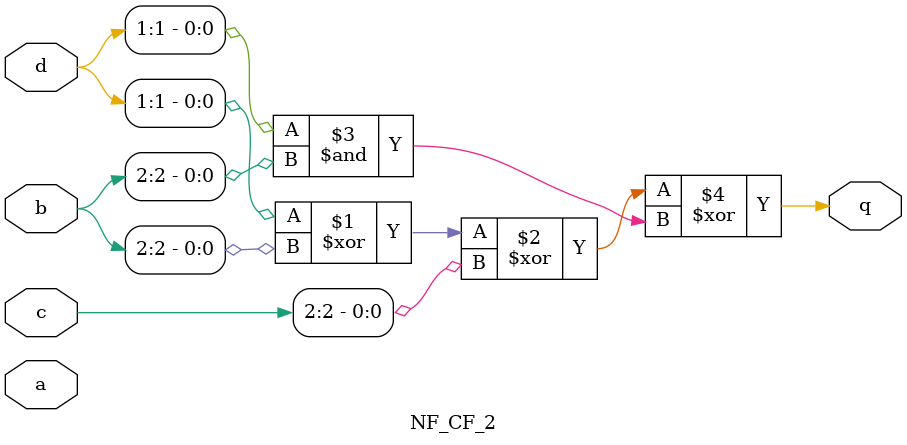
<source format=v>
/*
* -----------------------------------------------------------------
* COMPANY : Ruhr University Bochum
* AUTHOR  : Amir Moradi amir.moradi@rub.de Aein Rezaei Shahmirzadi aein.rezaeishahmirzadi@rub.de
* DOCUMENT: "Second-Order SCA Security with almost no Fresh Randomness" TCHES 2021, Issue 3
* -----------------------------------------------------------------
*
* Copyright c 2021, Amir Moradi, Aein Rezaei Shahmirzadi
*
* All rights reserved.
*
* THIS SOFTWARE IS PROVIDED BY THE COPYRIGHT HOLDERS AND CONTRIBUTORS "AS IS" AND
* ANY EXPRESS OR IMPLIED WARRANTIES, INCLUDING, BUT NOT LIMITED TO, THE IMPLIED
* WARRANTIES OF MERCHANTABILITY AND FITNESS FOR A PARTICULAR PURPOSE ARE
* DISCLAIMED. IN NO EVENT SHALL THE COPYRIGHT HOLDER OR CONTRIBUTERS BE LIABLE FOR ANY
* DIRECT, INDIRECT, INCIDENTAL, SPECIAL, EXEMPLARY, OR CONSEQUENTIAL DAMAGES
* INCLUDING, BUT NOT LIMITED TO, PROCUREMENT OF SUBSTITUTE GOODS OR SERVICES;
* LOSS OF USE, DATA, OR PROFITS; OR BUSINESS INTERRUPTION HOWEVER CAUSED AND
* ON ANY THEORY OF LIABILITY, WHETHER IN CONTRACT, STRICT LIABILITY, OR TORT
* INCLUDING NEGLIGENCE OR OTHERWISE ARISING IN ANY WAY OUT OF THE USE OF THIS
* SOFTWARE, EVEN IF ADVISED OF THE POSSIBILITY OF SUCH DAMAGE.
*
* Please see LICENSE and README for license and further instructions.
*/
module NF_CF_2(
    input [3:1] a,
    input [3:1] b,
    input [3:1] c,
    input [3:1] d,
    output q 
	 );
	 
	parameter num = 1;
	 
	generate

		if(num==0) begin
			assign q = 1'b1 ^ d[1] ^ (d[1]&b[1]);
		end
		if(num==1) begin
			assign q = d[1] ^ b[2] ^ c[2] ^ (d[1]&b[2]);
		end
		if(num==2) begin
			assign q = d[1] ^ b[3] ^ (d[1]&b[3]);
		end
		if(num==3) begin
			assign q = c[1] ^ (d[2]&b[1]);
		end
		if(num==4) begin
			assign q = (d[2]&b[2]);
		end
		if(num==5) begin
			assign q = d[2] ^ b[3] ^ (d[2]&b[3]);
		end
		if(num==6) begin
			assign q = d[3] ^ (d[3]&b[1]);
		end
		if(num==7) begin
			assign q = b[2] ^ (d[3]&b[2]);
		end
		if(num==8) begin
			assign q = c[3] ^ (d[3]&b[3]);
		end
		if(num==9) begin
			assign q = 1'b1 ^ (d[1]&b[1]);
		end
		if(num==10) begin
			assign q = d[1] ^ b[2] ^ c[2] ^ (d[1]&b[2]);
		end
		if(num==11) begin
			assign q = d[1] ^ b[3] ^ (d[1]&b[3]);
		end
		if(num==12) begin
			assign q = c[1] ^ (d[2]&b[1]);
		end
		if(num==13) begin
			assign q = (d[2]&b[2]);
		end
		if(num==14) begin
			assign q = b[3] ^ (d[2]&b[3]);
		end
		if(num==15) begin
			assign q = (d[3]&b[1]);
		end
		if(num==16) begin
			assign q = b[2] ^ (d[3]&b[2]);
		end
		if(num==17) begin
			assign q = c[3] ^ (d[3]&b[3]);
		end
		if(num==18) begin
			assign q = 1'b1 ^ d[1] ^ c[1] ^ (d[1]&c[1]) ^ (d[1]&b[1]);
		end
		if(num==19) begin
			assign q = d[1] ^ (d[1]&c[2]) ^ (d[1]&b[2]);
		end
		if(num==20) begin
			assign q = c[3] ^ b[3] ^ (d[1]&c[3]) ^ (d[1]&b[3]);
		end
		if(num==21) begin
			assign q = d[2] ^ (d[2]&c[1]) ^ (d[2]&b[1]);
		end
		if(num==22) begin
			assign q = d[2] ^ b[2] ^ (d[2]&c[2]) ^ (d[2]&b[2]);
		end
		if(num==23) begin
			assign q = c[3] ^ b[3] ^ (d[2]&c[3]) ^ (d[2]&b[3]);
		end
		if(num==24) begin
			assign q = c[1] ^ b[1] ^ (d[3]&c[1]) ^ (d[3]&b[1]);
		end
		if(num==25) begin
			assign q = d[3] ^ (d[3]&c[2]) ^ (d[3]&b[2]);
		end
		if(num==26) begin
			assign q = d[3] ^ b[3] ^ (d[3]&c[3]) ^ (d[3]&b[3]);
		end


	endgenerate


endmodule

</source>
